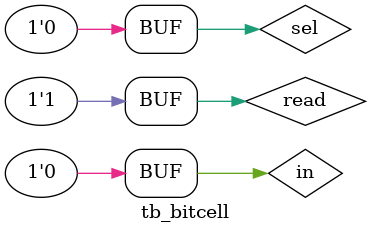
<source format=sv>
/*module bitcell(input logic in, sel, read, output logic out);
	wire set, reset, in_not, q, q_not, write, q_and_read;
	not(write, read);
	not(in_not, in);
	nand(reset, sel, in_not, read);
	nand(set, sel, in, read);
	SrLatch my_latch(.set(set),.reset(reset),.q(q),.q_not(q_not));
	and(out, q, sel, read);
endmodule*/
module bitcell(input logic in, sel, read, output logic out);
	wire set, reset,enable, in_not, q, q_not, write;
	not(write, read);
	and(enable, write, sel);
	nand(set, enable, in);
	nand(reset, enable, set);
	SrLatch my_latch(.set(set),.reset(reset),.q(q),.q_not(q_not));
	and(out, q, sel, read);
endmodule

module simple_bitcell(input logic in, sel, write, output logic out, out_not);
	wire set, reset, in_not;
	not(in_not, in);
	and(reset, sel, in_not);
	and(set, sel, in);
	SrLatch my_latch(.set(set),.reset(reset),.q(out_not),.q_not(out));
endmodule	

module tb_bitcell;
	logic in, sel, read, out;
	bitcell my_bitcell(.in(in),.sel(sel),.read(read),.out(out));
	//simple_bitcell my_bitcell(.in(in),.sel(sel),.write(write),.out(out),.out_not(out_not));
	initial begin
		//Test that the read works as expected.
		/*in = 0;
		sel = 1;
		read = 1;
		#5ns;
		in = 1;
		#5ns;
		read = 0;
		#5ns;
		read = 1;
		#5ns;
		in = 0;
		#5ns;
		read = 0;
		#5ns;
		read = 1;
		#5ns;
		in = 1;
		#5ns;
		in = 0;
		#5ns;*/
		//Test that the select works as expected.
		in = 0;
		sel = 0;
		read = 1;
		#5ns;
		in = 1;
		#5ns;
		read = 0;
		#5ns;
		read = 1;
		#5ns;
		in = 0;
		#5ns;
		read = 0;
		#5ns;
		read = 1;
		#5ns;
		in = 1;
		#5ns;
		in = 0;
		#5ns;
		
		
		/*in = 0;
		sel = 1;
		read = 1;
		#10ns;
		in = 1;
		#10ns;
		in = 0;
		#10ns;
		in = 1;
		#10ns;
		in = 1;
		#10ns;
		sel = 0;
		in = 0;
		#10ns;
		in = 0;
		#10ns;
		in = 0;
		#10ns;
		in = 0;
		sel = 1;
		read = 0;
		#10ns;
		in = 1;
		#10ns;
		in = 0;
		#10ns;
		in = 1;
		#10ns;
		in = 0;
		#10ns;
		sel = 0;
		in = 1;
		#10ns;
		in = 0;
		#10ns;
		in = 1;
		#10ns;
		in = 0;
		/*#10ns;
		write = 0;
		sel = 0;
		in = 0;
		#10ns;
		in = 1;
		#10ns;
		in = 0;
		#10ns;
		in = 1;
		#10ns;*/
		
		
	end
endmodule
	

</source>
